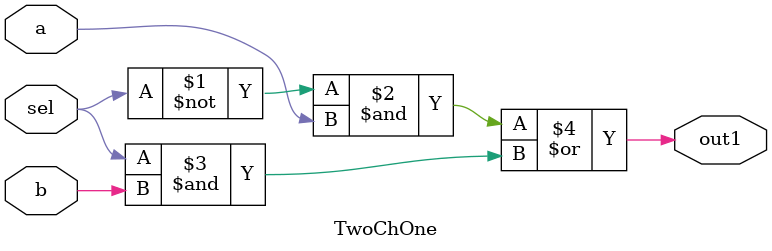
<source format=v>
`timescale 1ns / 1ps


module TwoChOne(a,sel,b,out1);
    input a,sel,b;
    output out1;
    //assign out1=(~sel|a)+(sel|b);´íÎóÏÈÀý
    assign out1=~sel&a|sel&b;
endmodule

</source>
